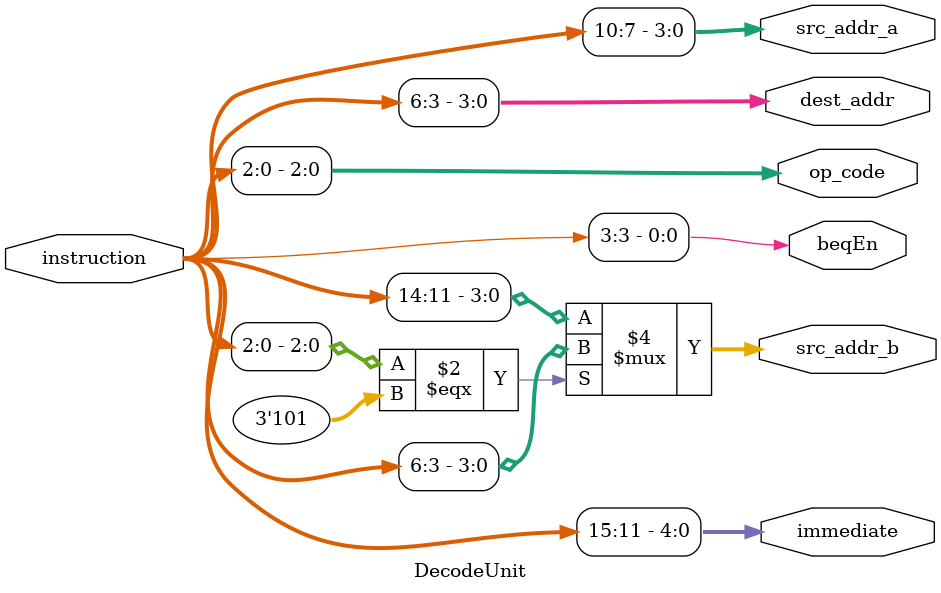
<source format=sv>
`timescale 1ns / 1ps


module DecodeUnit(
        input  logic [15:0] instruction,
        
        output logic [2:0]  op_code,
        output logic        beqEn,
        output logic [3:0]  dest_addr, src_addr_a, src_addr_b,
        output logic [4:0]  immediate
    );
    
    always_comb begin
        op_code         = instruction[2:0];
        beqEn           = instruction[3];
        dest_addr       = instruction[6:3];
        src_addr_a      = instruction[10:7];
        immediate       = instruction[15:11];
        
        if(op_code === 'b101) begin
            src_addr_b = instruction[6:3];
        end
        else begin
            src_addr_b = instruction[14:11];
        end
        
    end
    
endmodule

</source>
